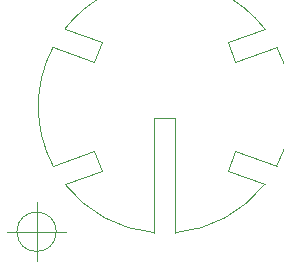
<source format=gbr>
G04 #@! TF.GenerationSoftware,KiCad,Pcbnew,(5.1.5)-3*
G04 #@! TF.CreationDate,2021-03-06T07:38:18-05:00*
G04 #@! TF.ProjectId,Connector,436f6e6e-6563-4746-9f72-2e6b69636164,rev?*
G04 #@! TF.SameCoordinates,Original*
G04 #@! TF.FileFunction,Profile,NP*
%FSLAX46Y46*%
G04 Gerber Fmt 4.6, Leading zero omitted, Abs format (unit mm)*
G04 Created by KiCad (PCBNEW (5.1.5)-3) date 2021-03-06 07:38:18*
%MOMM*%
%LPD*%
G04 APERTURE LIST*
%ADD10C,0.050000*%
G04 APERTURE END LIST*
D10*
X144899681Y-96136261D02*
X141393472Y-97412365D01*
X144899678Y-88643742D02*
X145515281Y-86952284D01*
X156820317Y-96136262D02*
X156204703Y-97827717D01*
X151760000Y-103068450D02*
X151760000Y-93390000D01*
X141393458Y-87367660D02*
X144899678Y-88643742D01*
X151760000Y-93390000D02*
X149960000Y-93390000D01*
X145515295Y-97827715D02*
X144899681Y-96136261D01*
X159323800Y-98962929D02*
G75*
G02X151760000Y-103068450I-8463800J6572929D01*
G01*
X149960000Y-93390000D02*
X149960000Y-103068450D01*
X142396199Y-98962928D02*
X145515295Y-97827715D01*
X145515281Y-86952284D02*
X142396182Y-85817094D01*
X141393471Y-97412365D02*
G75*
G02X141393458Y-87367660I9466529J5022365D01*
G01*
X149960000Y-103068450D02*
G75*
G02X142396199Y-98962928I900000J10678450D01*
G01*
X160326527Y-97412366D02*
X156820317Y-96136262D01*
X156204703Y-97827717D02*
X159323800Y-98962929D01*
X160326543Y-87367664D02*
G75*
G02X160326527Y-97412366I-9466543J-5022336D01*
G01*
X156820323Y-88643744D02*
X160326543Y-87367663D01*
X156204720Y-86952285D02*
X156820323Y-88643744D01*
X159323820Y-85817096D02*
X156204720Y-86952285D01*
X142396181Y-85817094D02*
G75*
G02X159323820Y-85817096I8463819J-6572906D01*
G01*
X141666666Y-103000000D02*
G75*
G03X141666666Y-103000000I-1666666J0D01*
G01*
X137500000Y-103000000D02*
X142500000Y-103000000D01*
X140000000Y-100500000D02*
X140000000Y-105500000D01*
M02*

</source>
